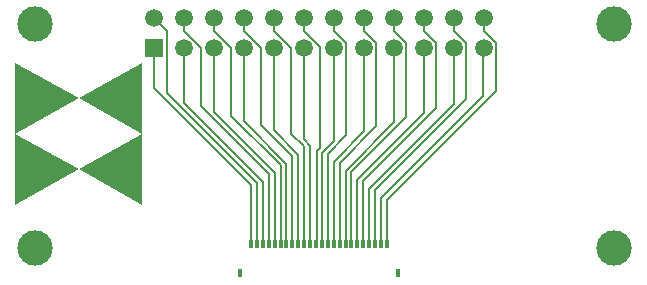
<source format=gtl>
G04*
G04 #@! TF.GenerationSoftware,Altium Limited,Altium Designer,23.5.1 (21)*
G04*
G04 Layer_Physical_Order=1*
G04 Layer_Color=255*
%FSLAX44Y44*%
%MOMM*%
G71*
G04*
G04 #@! TF.SameCoordinates,069C7127-DF97-4496-8B9F-1D4714C6CE67*
G04*
G04*
G04 #@! TF.FilePolarity,Positive*
G04*
G01*
G75*
%ADD12R,0.4000X0.8000*%
%ADD13R,0.3000X0.8000*%
%ADD19C,0.2040*%
%ADD20C,1.5000*%
%ADD21R,1.5000X1.5000*%
%ADD22C,3.0000*%
G36*
X119933Y186877D02*
Y186765D01*
Y186543D01*
Y186321D01*
Y185932D01*
Y185543D01*
Y184988D01*
Y184377D01*
Y183655D01*
Y182821D01*
Y181821D01*
Y180766D01*
Y179544D01*
Y178211D01*
Y176655D01*
Y175044D01*
Y173211D01*
Y171211D01*
Y169045D01*
Y166712D01*
Y164157D01*
Y161435D01*
Y158490D01*
Y155380D01*
Y153713D01*
Y152047D01*
Y150269D01*
Y148436D01*
Y146603D01*
Y144659D01*
Y142659D01*
Y140604D01*
X119933Y138493D01*
Y136326D01*
Y134104D01*
Y131771D01*
Y129438D01*
Y126994D01*
Y67000D01*
X66467Y96997D01*
X119933Y126994D01*
X66467Y156991D01*
X119933Y186988D01*
Y186877D01*
D02*
G37*
G36*
X66467Y156991D02*
X13000Y126994D01*
X66467Y96997D01*
X13000Y67000D01*
Y126994D01*
Y129438D01*
Y131771D01*
Y134104D01*
Y136326D01*
Y138493D01*
X13000Y140604D01*
Y142659D01*
Y144659D01*
Y146603D01*
Y148436D01*
Y150269D01*
Y152047D01*
Y153713D01*
Y155380D01*
Y158490D01*
Y161435D01*
Y164157D01*
Y166712D01*
Y169045D01*
Y171211D01*
Y173211D01*
Y175044D01*
Y176655D01*
Y178211D01*
Y179544D01*
Y180766D01*
Y181821D01*
Y182821D01*
Y183655D01*
Y184377D01*
Y184988D01*
Y185543D01*
Y185932D01*
Y186321D01*
Y186543D01*
Y186765D01*
Y186877D01*
Y186988D01*
X66467Y156991D01*
D02*
G37*
D12*
X203000Y8641D02*
D03*
X337000D02*
D03*
D13*
X227500Y33641D02*
D03*
X222500D02*
D03*
X217500D02*
D03*
X212500D02*
D03*
X232500D02*
D03*
X237500D02*
D03*
X242500D02*
D03*
X247500D02*
D03*
X252500D02*
D03*
X257500D02*
D03*
X262500D02*
D03*
X267500D02*
D03*
X272500D02*
D03*
X277500D02*
D03*
X282500D02*
D03*
X287500D02*
D03*
X292500D02*
D03*
X297500D02*
D03*
X302500D02*
D03*
X307500D02*
D03*
X312500D02*
D03*
X317500D02*
D03*
X327500D02*
D03*
X322500D02*
D03*
D19*
X267500D02*
X267940Y34081D01*
Y112167D01*
X257394Y214280D02*
X271000Y200675D01*
Y115227D02*
Y200675D01*
X267940Y112167D02*
X271000Y115227D01*
X130300Y165841D02*
Y199441D01*
Y165841D02*
X212500Y83641D01*
Y33641D02*
Y83641D01*
X327500Y70641D02*
X420260Y163401D01*
Y203815D01*
X327500Y33641D02*
Y70641D01*
X409794Y214280D02*
X420260Y203815D01*
X409794Y214280D02*
Y224746D01*
X409700Y224841D02*
X409794Y224746D01*
X322500Y72457D02*
X409007Y158964D01*
Y198747D01*
X322500Y33641D02*
Y72457D01*
X409007Y198747D02*
X409700Y199441D01*
X317500Y33641D02*
Y79387D01*
X394860Y156747D01*
X384394Y214280D02*
X394860Y203815D01*
X384394Y214280D02*
Y224746D01*
X384300Y224841D02*
X384394Y224746D01*
X394860Y156747D02*
Y203815D01*
X384300Y151957D02*
Y199441D01*
X312500Y80157D02*
X384300Y151957D01*
X312500Y33641D02*
Y80157D01*
X307500Y87087D02*
X369460Y149047D01*
Y203815D01*
X302500Y87857D02*
X358900Y144257D01*
Y199441D01*
X307500Y33641D02*
Y87087D01*
X302500Y33641D02*
Y87857D01*
X358994Y214280D02*
X369460Y203815D01*
X358900Y224841D02*
X358994Y224746D01*
Y214280D02*
Y224746D01*
X297500Y33641D02*
Y94787D01*
X344060Y141347D01*
Y203815D01*
X333594Y214280D02*
X344060Y203815D01*
X333594Y214280D02*
Y224746D01*
X333500Y224841D02*
X333594Y224746D01*
X333500Y136557D02*
Y199441D01*
X292500Y95557D02*
X333500Y136557D01*
X292500Y33641D02*
Y95557D01*
X287500Y33641D02*
Y102487D01*
X318660Y133647D01*
X308194Y214280D02*
X318660Y203815D01*
X308194Y214280D02*
Y224746D01*
X308100Y224841D02*
X308194Y224746D01*
X318660Y133647D02*
Y203815D01*
X308100Y128857D02*
Y199441D01*
X282500Y103257D02*
X308100Y128857D01*
X282500Y33641D02*
Y103257D01*
X282794Y214280D02*
X293260Y203815D01*
X282794Y214280D02*
Y224746D01*
X277500Y110187D02*
X293260Y125947D01*
X282700Y224841D02*
X282794Y224746D01*
X293260Y125947D02*
Y203815D01*
X277500Y33641D02*
Y110187D01*
X272500Y33641D02*
Y110957D01*
X282700Y121157D01*
Y199441D01*
X257300Y122147D02*
X262500Y116947D01*
X257300Y122147D02*
Y199441D01*
Y224841D02*
X257394Y224746D01*
Y214280D02*
Y224746D01*
X262500Y33641D02*
Y116947D01*
X257500Y33641D02*
Y116177D01*
X231994Y214280D02*
X246740Y199535D01*
Y126937D02*
Y199535D01*
X231994Y214280D02*
Y224746D01*
X246740Y126937D02*
X257500Y116177D01*
X231900Y224841D02*
X231994Y224746D01*
X231900Y129847D02*
Y199441D01*
Y129847D02*
X252500Y109247D01*
Y33641D02*
Y109247D01*
X247500Y33641D02*
Y108477D01*
X221340Y134637D02*
X247500Y108477D01*
X221340Y134637D02*
Y199535D01*
X206594Y214280D02*
X221340Y199535D01*
X206594Y214280D02*
Y224746D01*
X206500Y224841D02*
X206594Y224746D01*
X206500Y137547D02*
Y199441D01*
Y137547D02*
X242500Y101547D01*
Y33641D02*
Y101547D01*
X195940Y142337D02*
Y199535D01*
X181194Y214280D02*
X195940Y199535D01*
Y142337D02*
X237500Y100777D01*
X181194Y214280D02*
Y224746D01*
X237500Y33641D02*
Y100777D01*
X181100Y224841D02*
X181194Y224746D01*
X181100Y145247D02*
Y199441D01*
Y145247D02*
X232500Y93847D01*
Y33641D02*
Y93847D01*
X170540Y150037D02*
X227500Y93077D01*
X170540Y150037D02*
Y199535D01*
X155794Y214280D02*
X170540Y199535D01*
X155700Y224841D02*
X155794Y224746D01*
X130300Y224841D02*
X141060Y214081D01*
X155794Y214280D02*
Y224746D01*
X217500Y33641D02*
Y85157D01*
X227500Y33641D02*
Y93077D01*
X141060Y161597D02*
X217500Y85157D01*
X141060Y161597D02*
Y214081D01*
X155700Y152727D02*
Y199441D01*
Y152727D02*
X222500Y85927D01*
Y33641D02*
Y85927D01*
D20*
X409700Y224841D02*
D03*
Y199441D02*
D03*
X384300Y224841D02*
D03*
Y199441D02*
D03*
X358900Y224841D02*
D03*
X333500D02*
D03*
X308100D02*
D03*
X282700D02*
D03*
X257300D02*
D03*
X231900D02*
D03*
X206500D02*
D03*
X181100D02*
D03*
X155700D02*
D03*
X130300D02*
D03*
X358900Y199441D02*
D03*
X333500D02*
D03*
X308100D02*
D03*
X282700D02*
D03*
X257300D02*
D03*
X231900D02*
D03*
X206500D02*
D03*
X181100D02*
D03*
X155700D02*
D03*
D21*
X130300D02*
D03*
D22*
X520000Y30000D02*
D03*
Y220000D02*
D03*
X30000D02*
D03*
Y30000D02*
D03*
M02*

</source>
